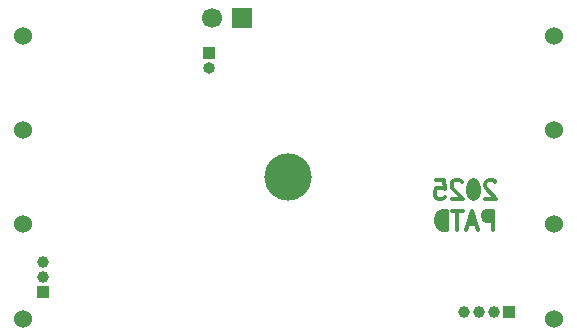
<source format=gbr>
G04 #@! TF.GenerationSoftware,KiCad,Pcbnew,9.0.1-9.0.1-0~ubuntu22.04.1*
G04 #@! TF.CreationDate,2025-04-15T01:02:31-04:00*
G04 #@! TF.ProjectId,TTExperimentModule,54544578-7065-4726-996d-656e744d6f64,1.0*
G04 #@! TF.SameCoordinates,PX10e4380PY2d07198*
G04 #@! TF.FileFunction,Soldermask,Bot*
G04 #@! TF.FilePolarity,Negative*
%FSLAX46Y46*%
G04 Gerber Fmt 4.6, Leading zero omitted, Abs format (unit mm)*
G04 Created by KiCad (PCBNEW 9.0.1-9.0.1-0~ubuntu22.04.1) date 2025-04-15 01:02:31*
%MOMM*%
%LPD*%
G01*
G04 APERTURE LIST*
%ADD10C,0.100000*%
%ADD11C,0.300000*%
%ADD12R,1.000000X1.000000*%
%ADD13C,1.000000*%
%ADD14C,1.524000*%
%ADD15C,4.000000*%
%ADD16O,1.000000X1.000000*%
%ADD17R,1.700000X1.700000*%
%ADD18C,1.700000*%
G04 APERTURE END LIST*
D10*
X35825000Y12025000D02*
X35175000Y12025000D01*
X35175000Y10725000D01*
X35825000Y10725000D01*
X35825000Y12025000D01*
G36*
X35825000Y12025000D02*
G01*
X35175000Y12025000D01*
X35175000Y10725000D01*
X35825000Y10725000D01*
X35825000Y12025000D01*
G37*
X38300000Y11150000D02*
X37800000Y11130000D01*
X37980000Y11770000D01*
X38070000Y11800000D01*
X38300000Y11150000D01*
G36*
X38300000Y11150000D02*
G01*
X37800000Y11130000D01*
X37980000Y11770000D01*
X38070000Y11800000D01*
X38300000Y11150000D01*
G37*
X38462500Y14637500D02*
X37887500Y14637500D01*
X37887500Y13262500D01*
X38462500Y13262500D01*
X38462500Y14637500D01*
G36*
X38462500Y14637500D02*
G01*
X37887500Y14637500D01*
X37887500Y13262500D01*
X38462500Y13262500D01*
X38462500Y14637500D01*
G37*
X39750000Y11375000D02*
X39250000Y11375000D01*
X38950000Y11675000D01*
X39250000Y12175000D01*
X39750000Y12175000D01*
X39750000Y11375000D01*
G36*
X39750000Y11375000D02*
G01*
X39250000Y11375000D01*
X38950000Y11675000D01*
X39250000Y12175000D01*
X39750000Y12175000D01*
X39750000Y11375000D01*
G37*
D11*
X40021427Y14584939D02*
X39949999Y14661130D01*
X39949999Y14661130D02*
X39807142Y14737320D01*
X39807142Y14737320D02*
X39449999Y14737320D01*
X39449999Y14737320D02*
X39307142Y14661130D01*
X39307142Y14661130D02*
X39235713Y14584939D01*
X39235713Y14584939D02*
X39164284Y14432558D01*
X39164284Y14432558D02*
X39164284Y14280177D01*
X39164284Y14280177D02*
X39235713Y14051606D01*
X39235713Y14051606D02*
X40092856Y13137320D01*
X40092856Y13137320D02*
X39164284Y13137320D01*
X38235713Y14737320D02*
X38092856Y14737320D01*
X38092856Y14737320D02*
X37949999Y14661130D01*
X37949999Y14661130D02*
X37878571Y14584939D01*
X37878571Y14584939D02*
X37807142Y14432558D01*
X37807142Y14432558D02*
X37735713Y14127796D01*
X37735713Y14127796D02*
X37735713Y13746844D01*
X37735713Y13746844D02*
X37807142Y13442082D01*
X37807142Y13442082D02*
X37878571Y13289701D01*
X37878571Y13289701D02*
X37949999Y13213510D01*
X37949999Y13213510D02*
X38092856Y13137320D01*
X38092856Y13137320D02*
X38235713Y13137320D01*
X38235713Y13137320D02*
X38378571Y13213510D01*
X38378571Y13213510D02*
X38449999Y13289701D01*
X38449999Y13289701D02*
X38521428Y13442082D01*
X38521428Y13442082D02*
X38592856Y13746844D01*
X38592856Y13746844D02*
X38592856Y14127796D01*
X38592856Y14127796D02*
X38521428Y14432558D01*
X38521428Y14432558D02*
X38449999Y14584939D01*
X38449999Y14584939D02*
X38378571Y14661130D01*
X38378571Y14661130D02*
X38235713Y14737320D01*
X37164285Y14584939D02*
X37092857Y14661130D01*
X37092857Y14661130D02*
X36950000Y14737320D01*
X36950000Y14737320D02*
X36592857Y14737320D01*
X36592857Y14737320D02*
X36450000Y14661130D01*
X36450000Y14661130D02*
X36378571Y14584939D01*
X36378571Y14584939D02*
X36307142Y14432558D01*
X36307142Y14432558D02*
X36307142Y14280177D01*
X36307142Y14280177D02*
X36378571Y14051606D01*
X36378571Y14051606D02*
X37235714Y13137320D01*
X37235714Y13137320D02*
X36307142Y13137320D01*
X34950000Y14737320D02*
X35664286Y14737320D01*
X35664286Y14737320D02*
X35735714Y13975415D01*
X35735714Y13975415D02*
X35664286Y14051606D01*
X35664286Y14051606D02*
X35521429Y14127796D01*
X35521429Y14127796D02*
X35164286Y14127796D01*
X35164286Y14127796D02*
X35021429Y14051606D01*
X35021429Y14051606D02*
X34950000Y13975415D01*
X34950000Y13975415D02*
X34878571Y13823034D01*
X34878571Y13823034D02*
X34878571Y13442082D01*
X34878571Y13442082D02*
X34950000Y13289701D01*
X34950000Y13289701D02*
X35021429Y13213510D01*
X35021429Y13213510D02*
X35164286Y13137320D01*
X35164286Y13137320D02*
X35521429Y13137320D01*
X35521429Y13137320D02*
X35664286Y13213510D01*
X35664286Y13213510D02*
X35735714Y13289701D01*
X39807142Y10561410D02*
X39807142Y12161410D01*
X39807142Y12161410D02*
X39235713Y12161410D01*
X39235713Y12161410D02*
X39092856Y12085220D01*
X39092856Y12085220D02*
X39021427Y12009029D01*
X39021427Y12009029D02*
X38949999Y11856648D01*
X38949999Y11856648D02*
X38949999Y11628077D01*
X38949999Y11628077D02*
X39021427Y11475696D01*
X39021427Y11475696D02*
X39092856Y11399505D01*
X39092856Y11399505D02*
X39235713Y11323315D01*
X39235713Y11323315D02*
X39807142Y11323315D01*
X38378570Y11018553D02*
X37664285Y11018553D01*
X38521427Y10561410D02*
X38021427Y12161410D01*
X38021427Y12161410D02*
X37521427Y10561410D01*
X37235713Y12161410D02*
X36378571Y12161410D01*
X36807142Y10561410D02*
X36807142Y12161410D01*
X35878571Y10561410D02*
X35878571Y12161410D01*
X35878571Y12161410D02*
X35521428Y12161410D01*
X35521428Y12161410D02*
X35307142Y12085220D01*
X35307142Y12085220D02*
X35164285Y11932839D01*
X35164285Y11932839D02*
X35092856Y11780458D01*
X35092856Y11780458D02*
X35021428Y11475696D01*
X35021428Y11475696D02*
X35021428Y11247124D01*
X35021428Y11247124D02*
X35092856Y10942362D01*
X35092856Y10942362D02*
X35164285Y10789981D01*
X35164285Y10789981D02*
X35307142Y10637600D01*
X35307142Y10637600D02*
X35521428Y10561410D01*
X35521428Y10561410D02*
X35878571Y10561410D01*
D12*
G04 #@! TO.C,J1*
X1750000Y5250000D03*
D13*
X1750000Y6520000D03*
X1750000Y7790000D03*
G04 #@! TD*
D14*
G04 #@! TO.C,PCB1*
X0Y27000000D03*
X0Y19000000D03*
X0Y11000000D03*
X0Y3000000D03*
X45000000Y3000000D03*
X45000000Y11000000D03*
X45000000Y19000000D03*
X45000000Y27000000D03*
D15*
X22500000Y15000000D03*
G04 #@! TD*
D12*
G04 #@! TO.C,J5*
X41200000Y3600000D03*
D13*
X39930000Y3600000D03*
X38660000Y3600000D03*
X37390000Y3600000D03*
G04 #@! TD*
D12*
G04 #@! TO.C,J6*
X15750000Y25500000D03*
D16*
X15750000Y24230000D03*
G04 #@! TD*
D17*
G04 #@! TO.C,J2*
X18575000Y28500000D03*
D18*
X16035000Y28500000D03*
G04 #@! TD*
M02*

</source>
